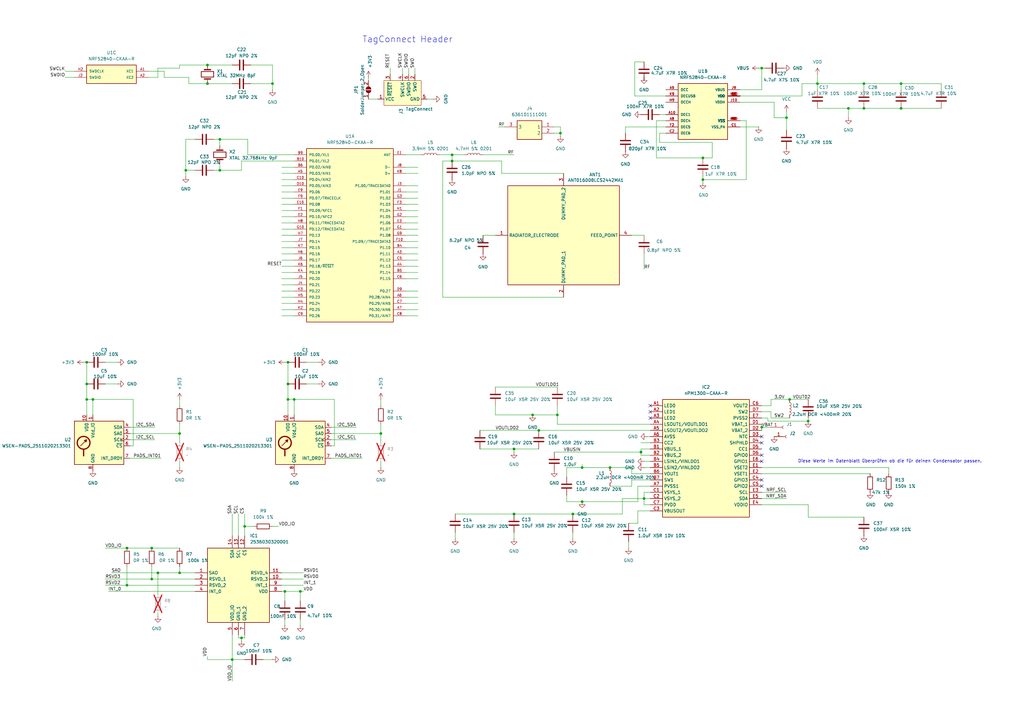
<source format=kicad_sch>
(kicad_sch (version 20231120) (generator "eeschema") (generator_version "8.0")
  (paper "A3")
  (junction (at 90.17 69.85))
  (junction (at 38.1 163.83))
  (junction (at 90.17 57.15))
  (junction (at 156.21 177.8))
  (junction (at 62.23 237.49))
  (junction (at 185.42 66.04))
  (junction (at 76.2 69.85))
  (junction (at 354.33 44.45))
  (junction (at 100.33 215.9))
  (junction (at 118.11 148.59))
  (junction (at 116.84 242.57))
  (junction (at 35.56 157.48))
  (junction (at 264.16 204.47))
  (junction (at 118.11 157.48))
  (junction (at 85.09 26.67))
  (junction (at 118.11 163.83))
  (junction (at 312.42 175.26))
  (junction (at 288.29 73.66))
  (junction (at 335.28 34.29))
  (junction (at 234.95 210.82))
  (junction (at 331.47 172.72))
  (junction (at 64.77 234.95))
  (junction (at 218.44 170.18))
  (junction (at 210.82 184.15))
  (junction (at 262.89 185.42))
  (junction (at 220.98 176.53))
  (junction (at 123.19 242.57))
  (junction (at 120.65 163.83))
  (junction (at 322.58 48.26))
  (junction (at 185.42 63.5))
  (junction (at 111.76 34.29))
  (junction (at 323.85 163.83))
  (junction (at 250.19 191.77))
  (junction (at 369.57 34.29))
  (junction (at 228.6 170.18))
  (junction (at 52.07 224.79))
  (junction (at 288.29 64.77))
  (junction (at 210.82 210.82))
  (junction (at 99.06 261.62))
  (junction (at 238.76 205.74))
  (junction (at 73.66 177.8))
  (junction (at 73.66 234.95))
  (junction (at 354.33 34.29))
  (junction (at 52.07 240.03))
  (junction (at 95.25 270.51))
  (junction (at 35.56 163.83))
  (junction (at 62.23 224.79))
  (junction (at 312.42 27.94))
  (junction (at 229.87 54.61))
  (junction (at 35.56 148.59))
  (junction (at 347.98 44.45))
  (junction (at 369.57 44.45))
  (junction (at 238.76 191.77))
  (junction (at 85.09 34.29))
  (no_connect (at 312.42 186.69))
  (no_connect (at 312.42 179.07))
  (no_connect (at 266.7 166.37))
  (no_connect (at 312.42 181.61))
  (no_connect (at 312.42 189.23))
  (no_connect (at 266.7 168.91))
  (no_connect (at 266.7 171.45))
  (no_connect (at 312.42 199.39))
  (no_connect (at 312.42 196.85))
  (wire (pts (xy 156.21 177.8) (xy 156.21 181.61)))
  (wire (pts (xy 228.6 166.37) (xy 228.6 170.18)))
  (wire (pts (xy 210.82 184.15) (xy 210.82 185.42)))
  (wire (pts (xy 53.34 177.8) (xy 73.66 177.8)))
  (wire (pts (xy 52.07 240.03) (xy 80.01 240.03)))
  (wire (pts (xy 260.35 39.37) (xy 273.05 39.37)))
  (wire (pts (xy 205.74 71.12) (xy 205.74 66.04)))
  (wire (pts (xy 185.42 63.5) (xy 185.42 66.04)))
  (wire (pts (xy 269.24 64.77) (xy 288.29 64.77)))
  (wire (pts (xy 64.77 27.94) (xy 73.66 27.94)))
  (wire (pts (xy 115.57 234.95) (xy 124.46 234.95)))
  (wire (pts (xy 115.57 86.36) (xy 120.65 86.36)))
  (wire (pts (xy 312.42 171.45) (xy 314.96 171.45)))
  (wire (pts (xy 264.16 204.47) (xy 266.7 204.47)))
  (wire (pts (xy 317.5 48.26) (xy 322.58 48.26)))
  (wire (pts (xy 95.25 270.51) (xy 95.25 279.4)))
  (wire (pts (xy 90.17 69.85) (xy 90.17 67.31)))
  (wire (pts (xy 322.58 48.26) (xy 322.58 53.34)))
  (wire (pts (xy 166.37 99.06) (xy 171.45 99.06)))
  (wire (pts (xy 264.16 104.14) (xy 264.16 110.49)))
  (wire (pts (xy 210.82 184.15) (xy 220.98 184.15)))
  (wire (pts (xy 312.42 166.37) (xy 316.23 166.37)))
  (wire (pts (xy 266.7 173.99) (xy 228.6 173.99)))
  (wire (pts (xy 53.34 182.88) (xy 54.61 182.88)))
  (wire (pts (xy 166.37 104.14) (xy 171.45 104.14)))
  (wire (pts (xy 257.81 222.25) (xy 257.81 224.79)))
  (wire (pts (xy 186.69 210.82) (xy 210.82 210.82)))
  (wire (pts (xy 266.7 186.69) (xy 262.89 186.69)))
  (wire (pts (xy 115.57 73.66) (xy 120.65 73.66)))
  (wire (pts (xy 354.33 34.29) (xy 354.33 36.83)))
  (wire (pts (xy 118.11 157.48) (xy 118.11 163.83)))
  (wire (pts (xy 116.84 242.57) (xy 123.19 242.57)))
  (wire (pts (xy 90.17 57.15) (xy 90.17 59.69)))
  (wire (pts (xy 269.24 49.53) (xy 273.05 49.53)))
  (wire (pts (xy 67.31 31.75) (xy 77.47 31.75)))
  (wire (pts (xy 115.57 119.38) (xy 120.65 119.38)))
  (wire (pts (xy 312.42 204.47) (xy 322.58 204.47)))
  (wire (pts (xy 34.29 148.59) (xy 35.56 148.59)))
  (wire (pts (xy 100.33 215.9) (xy 104.14 215.9)))
  (wire (pts (xy 123.19 242.57) (xy 123.19 246.38)))
  (wire (pts (xy 250.19 191.77) (xy 259.08 191.77)))
  (wire (pts (xy 53.34 187.96) (xy 66.04 187.96)))
  (wire (pts (xy 260.35 25.4) (xy 260.35 39.37)))
  (wire (pts (xy 204.47 52.07) (xy 207.01 52.07)))
  (wire (pts (xy 166.37 119.38) (xy 171.45 119.38)))
  (wire (pts (xy 115.57 111.76) (xy 120.65 111.76)))
  (wire (pts (xy 166.37 127) (xy 171.45 127)))
  (wire (pts (xy 115.57 124.46) (xy 120.65 124.46)))
  (wire (pts (xy 210.82 218.44) (xy 210.82 220.98)))
  (wire (pts (xy 260.35 25.4) (xy 264.16 25.4)))
  (wire (pts (xy 118.11 148.59) (xy 118.11 157.48)))
  (wire (pts (xy 120.65 63.5) (xy 101.6 63.5)))
  (wire (pts (xy 35.56 170.18) (xy 35.56 163.83)))
  (wire (pts (xy 60.96 29.21) (xy 67.31 29.21)))
  (wire (pts (xy 124.46 242.57) (xy 123.19 242.57)))
  (wire (pts (xy 229.87 55.88) (xy 229.87 54.61)))
  (wire (pts (xy 238.76 205.74) (xy 261.62 205.74)))
  (wire (pts (xy 273.05 52.07) (xy 256.54 52.07)))
  (wire (pts (xy 120.65 163.83) (xy 137.16 163.83)))
  (wire (pts (xy 316.23 163.83) (xy 323.85 163.83)))
  (wire (pts (xy 292.1 64.77) (xy 292.1 58.42)))
  (wire (pts (xy 160.02 30.48) (xy 160.02 27.94)))
  (wire (pts (xy 313.69 27.94) (xy 312.42 27.94)))
  (wire (pts (xy 64.77 234.95) (xy 64.77 243.84)))
  (wire (pts (xy 331.47 207.01) (xy 331.47 212.09)))
  (wire (pts (xy 203.2 158.75) (xy 228.6 158.75)))
  (wire (pts (xy 45.72 234.95) (xy 64.77 234.95)))
  (wire (pts (xy 115.57 127) (xy 120.65 127)))
  (wire (pts (xy 43.18 224.79) (xy 52.07 224.79)))
  (wire (pts (xy 85.09 269.24) (xy 85.09 270.51)))
  (wire (pts (xy 303.53 41.91) (xy 317.5 41.91)))
  (wire (pts (xy 238.76 190.5) (xy 238.76 191.77)))
  (wire (pts (xy 35.56 148.59) (xy 35.56 157.48)))
  (wire (pts (xy 166.37 86.36) (xy 171.45 86.36)))
  (wire (pts (xy 115.57 96.52) (xy 120.65 96.52)))
  (wire (pts (xy 165.1 30.48) (xy 165.1 27.94)))
  (wire (pts (xy 166.37 71.12) (xy 171.45 71.12)))
  (wire (pts (xy 118.11 170.18) (xy 118.11 163.83)))
  (wire (pts (xy 111.76 34.29) (xy 111.76 36.83)))
  (wire (pts (xy 95.25 26.67) (xy 85.09 26.67)))
  (wire (pts (xy 312.42 191.77) (xy 364.49 191.77)))
  (wire (pts (xy 115.57 76.2) (xy 120.65 76.2)))
  (wire (pts (xy 229.87 52.07) (xy 229.87 54.61)))
  (wire (pts (xy 238.76 191.77) (xy 250.19 191.77)))
  (wire (pts (xy 186.69 218.44) (xy 186.69 220.98)))
  (wire (pts (xy 303.53 39.37) (xy 328.93 39.37)))
  (wire (pts (xy 115.57 240.03) (xy 124.46 240.03)))
  (wire (pts (xy 181.61 121.92) (xy 181.61 66.04)))
  (wire (pts (xy 210.82 210.82) (xy 234.95 210.82)))
  (wire (pts (xy 203.2 166.37) (xy 203.2 170.18)))
  (wire (pts (xy 115.57 91.44) (xy 120.65 91.44)))
  (wire (pts (xy 67.31 29.21) (xy 67.31 31.75)))
  (wire (pts (xy 312.42 168.91) (xy 316.23 168.91)))
  (wire (pts (xy 306.07 49.53) (xy 303.53 49.53)))
  (wire (pts (xy 73.66 234.95) (xy 80.01 234.95)))
  (wire (pts (xy 115.57 121.92) (xy 120.65 121.92)))
  (wire (pts (xy 232.41 203.2) (xy 232.41 205.74)))
  (wire (pts (xy 137.16 182.88) (xy 137.16 163.83)))
  (wire (pts (xy 270.51 54.61) (xy 273.05 54.61)))
  (wire (pts (xy 43.18 237.49) (xy 62.23 237.49)))
  (wire (pts (xy 115.57 93.98) (xy 120.65 93.98)))
  (wire (pts (xy 95.25 210.82) (xy 95.25 219.71)))
  (wire (pts (xy 262.89 181.61) (xy 266.7 181.61)))
  (wire (pts (xy 114.3 215.9) (xy 111.76 215.9)))
  (wire (pts (xy 323.85 163.83) (xy 331.47 163.83)))
  (wire (pts (xy 262.89 185.42) (xy 262.89 184.15)))
  (wire (pts (xy 316.23 166.37) (xy 316.23 163.83)))
  (wire (pts (xy 369.57 34.29) (xy 386.08 34.29)))
  (wire (pts (xy 228.6 170.18) (xy 228.6 173.99)))
  (wire (pts (xy 259.08 196.85) (xy 259.08 199.39)))
  (wire (pts (xy 335.28 30.48) (xy 335.28 34.29)))
  (wire (pts (xy 229.87 54.61) (xy 227.33 54.61)))
  (wire (pts (xy 116.84 148.59) (xy 118.11 148.59)))
  (wire (pts (xy 73.66 163.83) (xy 73.66 166.37)))
  (wire (pts (xy 44.45 242.57) (xy 80.01 242.57)))
  (wire (pts (xy 73.66 26.67) (xy 73.66 27.94)))
  (wire (pts (xy 156.21 163.83) (xy 156.21 166.37)))
  (wire (pts (xy 115.57 88.9) (xy 120.65 88.9)))
  (wire (pts (xy 151.13 40.64) (xy 154.94 40.64)))
  (wire (pts (xy 198.12 96.52) (xy 203.2 96.52)))
  (wire (pts (xy 100.33 260.35) (xy 100.33 261.62)))
  (wire (pts (xy 87.63 57.15) (xy 90.17 57.15)))
  (wire (pts (xy 166.37 91.44) (xy 171.45 91.44)))
  (wire (pts (xy 100.33 210.82) (xy 100.33 215.9)))
  (wire (pts (xy 115.57 129.54) (xy 120.65 129.54)))
  (wire (pts (xy 115.57 78.74) (xy 120.65 78.74)))
  (wire (pts (xy 166.37 88.9) (xy 171.45 88.9)))
  (wire (pts (xy 120.65 66.04) (xy 99.06 66.04)))
  (wire (pts (xy 80.01 57.15) (xy 76.2 57.15)))
  (wire (pts (xy 196.85 176.53) (xy 220.98 176.53)))
  (wire (pts (xy 311.15 27.94) (xy 312.42 27.94)))
  (wire (pts (xy 115.57 101.6) (xy 120.65 101.6)))
  (wire (pts (xy 369.57 34.29) (xy 369.57 36.83)))
  (wire (pts (xy 166.37 111.76) (xy 171.45 111.76)))
  (wire (pts (xy 151.13 33.02) (xy 151.13 31.75)))
  (wire (pts (xy 255.27 204.47) (xy 264.16 204.47)))
  (wire (pts (xy 115.57 237.49) (xy 124.46 237.49)))
  (wire (pts (xy 331.47 171.45) (xy 331.47 172.72)))
  (wire (pts (xy 264.16 207.01) (xy 264.16 204.47)))
  (wire (pts (xy 85.09 270.51) (xy 95.25 270.51)))
  (wire (pts (xy 220.98 176.53) (xy 266.7 176.53)))
  (wire (pts (xy 288.29 73.66) (xy 306.07 73.66)))
  (wire (pts (xy 115.57 242.57) (xy 116.84 242.57)))
  (wire (pts (xy 26.67 31.75) (xy 30.48 31.75)))
  (wire (pts (xy 38.1 170.18) (xy 38.1 163.83)))
  (wire (pts (xy 166.37 78.74) (xy 171.45 78.74)))
  (wire (pts (xy 115.57 81.28) (xy 120.65 81.28)))
  (wire (pts (xy 354.33 44.45) (xy 369.57 44.45)))
  (wire (pts (xy 115.57 83.82) (xy 120.65 83.82)))
  (wire (pts (xy 166.37 114.3) (xy 171.45 114.3)))
  (wire (pts (xy 76.2 69.85) (xy 76.2 72.39)))
  (wire (pts (xy 60.96 31.75) (xy 64.77 31.75)))
  (wire (pts (xy 97.79 261.62) (xy 99.06 261.62)))
  (wire (pts (xy 97.79 260.35) (xy 97.79 261.62)))
  (wire (pts (xy 99.06 69.85) (xy 99.06 66.04)))
  (wire (pts (xy 250.19 199.39) (xy 259.08 199.39)))
  (wire (pts (xy 205.74 66.04) (xy 185.42 66.04)))
  (wire (pts (xy 166.37 68.58) (xy 171.45 68.58)))
  (wire (pts (xy 386.08 34.29) (xy 386.08 36.83)))
  (wire (pts (xy 52.07 224.79) (xy 62.23 224.79)))
  (wire (pts (xy 259.08 194.31) (xy 259.08 191.77)))
  (wire (pts (xy 227.33 52.07) (xy 229.87 52.07)))
  (wire (pts (xy 266.7 194.31) (xy 259.08 194.31)))
  (wire (pts (xy 234.95 210.82) (xy 255.27 210.82)))
  (wire (pts (xy 312.42 173.99) (xy 312.42 175.26)))
  (wire (pts (xy 115.57 99.06) (xy 120.65 99.06)))
  (wire (pts (xy 99.06 261.62) (xy 99.06 262.89)))
  (wire (pts (xy 85.09 34.29) (xy 95.25 34.29)))
  (wire (pts (xy 270.51 58.42) (xy 270.51 54.61)))
  (wire (pts (xy 53.34 175.26) (xy 63.5 175.26)))
  (wire (pts (xy 166.37 93.98) (xy 171.45 93.98)))
  (wire (pts (xy 218.44 170.18) (xy 228.6 170.18)))
  (wire (pts (xy 95.25 260.35) (xy 95.25 270.51)))
  (wire (pts (xy 180.34 63.5) (xy 185.42 63.5)))
  (wire (pts (xy 264.16 189.23) (xy 266.7 189.23)))
  (wire (pts (xy 135.89 180.34) (xy 146.05 180.34)))
  (wire (pts (xy 64.77 251.46) (xy 64.77 252.73)))
  (wire (pts (xy 264.16 201.93) (xy 264.16 204.47)))
  (wire (pts (xy 166.37 121.92) (xy 171.45 121.92)))
  (wire (pts (xy 116.84 242.57) (xy 116.84 246.38)))
  (wire (pts (xy 115.57 109.22) (xy 120.65 109.22)))
  (wire (pts (xy 261.62 209.55) (xy 266.7 209.55)))
  (wire (pts (xy 43.18 240.03) (xy 52.07 240.03)))
  (wire (pts (xy 261.62 214.63) (xy 261.62 209.55)))
  (wire (pts (xy 35.56 157.48) (xy 35.56 163.83)))
  (wire (pts (xy 102.87 34.29) (xy 111.76 34.29)))
  (wire (pts (xy 322.58 45.72) (xy 322.58 48.26)))
  (wire (pts (xy 364.49 191.77) (xy 364.49 194.31)))
  (wire (pts (xy 354.33 34.29) (xy 369.57 34.29)))
  (wire (pts (xy 99.06 261.62) (xy 100.33 261.62)))
  (wire (pts (xy 97.79 210.82) (xy 97.79 219.71)))
  (wire (pts (xy 167.64 30.48) (xy 167.64 27.94)))
  (wire (pts (xy 38.1 163.83) (xy 54.61 163.83)))
  (wire (pts (xy 354.33 44.45) (xy 347.98 44.45)))
  (wire (pts (xy 99.06 69.85) (xy 90.17 69.85)))
  (wire (pts (xy 266.7 201.93) (xy 264.16 201.93)))
  (wire (pts (xy 231.14 71.12) (xy 205.74 71.12)))
  (wire (pts (xy 73.66 189.23) (xy 73.66 191.77)))
  (wire (pts (xy 303.53 36.83) (xy 312.42 36.83)))
  (wire (pts (xy 181.61 66.04) (xy 185.42 66.04)))
  (wire (pts (xy 312.42 207.01) (xy 331.47 207.01)))
  (wire (pts (xy 64.77 31.75) (xy 64.77 27.94)))
  (wire (pts (xy 262.89 185.42) (xy 262.89 186.69)))
  (wire (pts (xy 269.24 64.77) (xy 269.24 49.53)))
  (wire (pts (xy 76.2 57.15) (xy 76.2 69.85)))
  (wire (pts (xy 312.42 201.93) (xy 322.58 201.93)))
  (wire (pts (xy 288.29 64.77) (xy 292.1 64.77)))
  (wire (pts (xy 135.89 182.88) (xy 137.16 182.88)))
  (wire (pts (xy 118.11 163.83) (xy 120.65 163.83)))
  (wire (pts (xy 125.73 148.59) (xy 130.81 148.59)))
  (wire (pts (xy 135.89 187.96) (xy 148.59 187.96)))
  (wire (pts (xy 166.37 63.5) (xy 172.72 63.5)))
  (wire (pts (xy 316.23 168.91) (xy 316.23 171.45)))
  (wire (pts (xy 316.23 175.26) (xy 312.42 175.26)))
  (wire (pts (xy 175.26 40.64) (xy 177.8 40.64)))
  (wire (pts (xy 257.81 214.63) (xy 261.62 214.63)))
  (wire (pts (xy 115.57 114.3) (xy 120.65 114.3)))
  (wire (pts (xy 185.42 63.5) (xy 190.5 63.5)))
  (wire (pts (xy 256.54 52.07) (xy 256.54 54.61)))
  (wire (pts (xy 166.37 83.82) (xy 171.45 83.82)))
  (wire (pts (xy 135.89 177.8) (xy 156.21 177.8)))
  (wire (pts (xy 26.67 29.21) (xy 30.48 29.21)))
  (wire (pts (xy 135.89 175.26) (xy 146.05 175.26)))
  (wire (pts (xy 266.7 207.01) (xy 264.16 207.01)))
  (wire (pts (xy 111.76 34.29) (xy 111.76 26.67)))
  (wire (pts (xy 231.14 121.92) (xy 181.61 121.92)))
  (wire (pts (xy 232.41 191.77) (xy 238.76 191.77)))
  (wire (pts (xy 196.85 184.15) (xy 210.82 184.15)))
  (wire (pts (xy 255.27 210.82) (xy 255.27 204.47)))
  (wire (pts (xy 335.28 44.45) (xy 347.98 44.45)))
  (wire (pts (xy 100.33 215.9) (xy 100.33 219.71)))
  (wire (pts (xy 87.63 69.85) (xy 90.17 69.85)))
  (wire (pts (xy 101.6 63.5) (xy 101.6 57.15)))
  (wire (pts (xy 73.66 177.8) (xy 73.66 181.61)))
  (wire (pts (xy 288.29 73.66) (xy 288.29 74.93)))
  (wire (pts (xy 259.08 96.52) (xy 264.16 96.52)))
  (wire (pts (xy 62.23 224.79) (xy 73.66 224.79)))
  (wire (pts (xy 347.98 44.45) (xy 347.98 48.26)))
  (wire (pts (xy 312.42 27.94) (xy 312.42 36.83)))
  (wire (pts (xy 115.57 116.84) (xy 120.65 116.84)))
  (wire (pts (xy 90.17 57.15) (xy 101.6 57.15)))
  (wire (pts (xy 123.19 254) (xy 123.19 256.54)))
  (wire (pts (xy 52.07 232.41) (xy 52.07 240.03)))
  (wire (pts (xy 156.21 173.99) (xy 156.21 177.8)))
  (wire (pts (xy 328.93 34.29) (xy 335.28 34.29)))
  (wire (pts (xy 62.23 237.49) (xy 80.01 237.49)))
  (wire (pts (xy 203.2 170.18) (xy 218.44 170.18)))
  (wire (pts (xy 288.29 72.39) (xy 288.29 73.66)))
  (wire (pts (xy 227.33 185.42) (xy 262.89 185.42)))
  (wire (pts (xy 125.73 157.48) (xy 130.81 157.48)))
  (wire (pts (xy 335.28 34.29) (xy 354.33 34.29)))
  (wire (pts (xy 170.18 30.48) (xy 170.18 27.94)))
  (wire (pts (xy 303.53 52.07) (xy 311.15 52.07)))
  (wire (pts (xy 317.5 41.91) (xy 317.5 48.26)))
  (wire (pts (xy 166.37 129.54) (xy 171.45 129.54)))
  (wire (pts (xy 232.41 205.74) (xy 238.76 205.74)))
  (wire (pts (xy 95.25 270.51) (xy 100.33 270.51)))
  (wire (pts (xy 232.41 195.58) (xy 232.41 191.77)))
  (wire (pts (xy 335.28 34.29) (xy 335.28 36.83)))
  (wire (pts (xy 312.42 175.26) (xy 312.42 176.53)))
  (wire (pts (xy 115.57 104.14) (xy 120.65 104.14)))
  (wire (pts (xy 266.7 199.39) (xy 261.62 199.39)))
  (wire (pts (xy 111.76 26.67) (xy 102.87 26.67)))
  (wire (pts (xy 43.18 148.59) (xy 48.26 148.59)))
  (wire (pts (xy 166.37 109.22) (xy 171.45 109.22)))
  (wire (pts (xy 77.47 31.75) (xy 77.47 34.29)))
  (wire (pts (xy 107.95 270.51) (xy 111.76 270.51)))
  (wire (pts (xy 62.23 232.41) (xy 62.23 237.49)))
  (wire (pts (xy 198.12 63.5) (xy 210.82 63.5)))
  (wire (pts (xy 312.42 194.31) (xy 356.87 194.31)))
  (wire (pts (xy 166.37 101.6) (xy 171.45 101.6)))
  (wire (pts (xy 166.37 106.68) (xy 171.45 106.68)))
  (wire (pts (xy 316.23 171.45) (xy 323.85 171.45)))
  (wire (pts (xy 264.16 191.77) (xy 266.7 191.77)))
  (wire (pts (xy 328.93 39.37) (xy 328.93 34.29)))
  (wire (pts (xy 264.16 33.02) (xy 264.16 31.75)))
  (wire (pts (xy 76.2 69.85) (xy 80.01 69.85)))
  (wire (pts (xy 43.18 157.48) (xy 48.26 157.48)))
  (wire (pts (xy 166.37 96.52) (xy 171.45 96.52)))
  (wire (pts (xy 292.1 58.42) (xy 270.51 58.42)))
  (wire (pts (xy 115.57 106.68) (xy 120.65 106.68)))
  (wire (pts (xy 53.34 180.34) (xy 63.5 180.34)))
  (wire (pts (xy 265.43 179.07) (xy 266.7 179.07)))
  (wire (pts (xy 331.47 212.09) (xy 354.33 212.09)))
  (wire (pts (xy 116.84 254) (xy 116.84 256.54)))
  (wire (pts (xy 73.66 232.41) (xy 73.66 234.95)))
  (wire (pts (xy 166.37 124.46) (xy 171.45 124.46)))
  (wire (pts (xy 120.65 170.18) (xy 120.65 163.83)))
  (wire (pts (xy 306.07 73.66) (xy 306.07 49.53)))
  (wire (pts (xy 85.09 26.67) (xy 73.66 26.67)))
  (wire (pts (xy 166.37 81.28) (xy 171.45 81.28)))
  (wire (pts (xy 314.96 172.72) (xy 331.47 172.72)))
  (wire (pts (xy 73.66 173.99) (xy 73.66 177.8)))
  (wire (pts (xy 54.61 182.88) (xy 54.61 163.83)))
  (wire (pts (xy 266.7 196.85) (xy 259.08 196.85)))
  (wire (pts (xy 115.57 68.58) (xy 120.65 68.58)))
  (wire (pts (xy 166.37 76.2) (xy 171.45 76.2)))
  (wire (pts (xy 262.89 184.15) (xy 266.7 184.15)))
  (wire (pts (xy 64.77 234.95) (xy 73.66 234.95)))
  (wire (pts (xy 77.47 34.29) (xy 85.09 34.29)))
  (wire (pts (xy 156.21 189.23) (xy 156.21 191.77)))
  (wire (pts (xy 314.96 171.45) (xy 314.96 172.72)))
  (wire (pts (xy 234.95 218.44) (xy 234.95 220.98)))
  (wire (pts (xy 270.51 46.99) (xy 273.05 46.99)))
  (wire (pts (xy 369.57 44.45) (xy 386.08 44.45)))
  (wire (pts (xy 261.62 199.39) (xy 261.62 205.74)))
  (wire (pts (xy 115.57 71.12) (xy 120.65 71.12)))
  (wire (pts (xy 35.56 163.83) (xy 38.1 163.83)))
  (text "Diese Werte im Datenblatt überprüfen ob die für deinen Condensator passen." (at 364.998 189.23 0) (effects (font (size 1.27 1.27))))
  (text "TagConnect Header" (at 148.59 17.78 0) (effects (font (size 2.54 2.54)) (justify left bottom)))
  (label "RF" (at 210.82 63.5 180))
  (label "RF" (at 264.16 110.49 0))
  (label "INT_0" (at 44.45 242.57 0))
  (label "SWCLK" (at 26.67 29.21 180))
  (label "RESET" (at 160.02 27.94 90))
  (label "I2C_SDA" (at 146.05 175.26 180))
  (label "I2C_SDA" (at 63.5 175.26 180))
  (label "RSVD2" (at 43.18 240.03 0))
  (label "RSVD0" (at 124.46 237.49 0))
  (label "PADS_INT01" (at 148.59 187.96 180))
  (label "SWDIO" (at 167.64 27.94 90))
  (label "VBAT" (at 312.42 175.26 0))
  (label "SAO" (at 45.72 234.95 0))
  (label "CS" (at 100.33 210.82 90))
  (label "VDD" (at 124.46 242.57 0))
  (label "VOUTLD02" (at 203.2 176.53 0))
  (label "SCL" (at 97.79 210.82 90))
  (label "SWCLK" (at 165.1 27.94 90))
  (label "I2C_SCL" (at 63.5 180.34 180))
  (label "RSVD3" (at 43.18 237.49 0))
  (label "VDD_IO" (at 43.18 224.79 0))
  (label "VOUTLD01" (at 219.71 158.75 0))
  (label "RF" (at 204.47 52.07 0))
  (label "I2C_SCL" (at 146.05 180.34 180))
  (label "SWO" (at 170.18 27.94 90))
  (label "VDD_IO" (at 114.3 215.9 0))
  (label "3.0V" (at 317.5 163.83 0))
  (label "RESET" (at 115.57 109.22 180))
  (label "PADS_INT01" (at 66.04 187.96 180))
  (label "VDD_IO" (at 95.25 279.4 90))
  (label "VOUT02" (at 325.12 163.83 0))
  (label "NRF_SDA" (at 322.58 204.47 180))
  (label "VDD" (at 85.09 269.24 90))
  (label "SWDIO" (at 26.67 31.75 180))
  (label "NRF_SCL" (at 322.58 201.93 180))
  (label "INT_1" (at 124.46 240.03 0))
  (label "SW2" (at 317.5 171.45 0))
  (label "VBUSIN" (at 231.14 185.42 0))
  (label "SDA" (at 95.25 210.82 90))
  (label "RSVD1" (at 124.46 234.95 0))
  (symbol (lib_id "Device:C") (at 354.33 215.9 0) (unit 1)
    (property "Reference" "C37" (at 358.14 214.6299 0) (effects (justify left)))
    (property "Value" "100nF X5R 10%" (at 358.14 217.1699 0) (effects (justify left)))
    (property "Footprint" "Capacitor_SMD:C_0201_0603Metric" (effects (hide yes)))
    (property "Description" "Unpolarized capacitor" (effects (hide yes)))
  )
  (symbol (lib_id "power:GND") (at 48.26 157.48 90) (unit 1)
    (property "Reference" "#PWR011" (effects (hide yes)))
    (property "Value" "GND" (at 52.07 157.4799 90) (effects (justify right)))
    (property "Description" "Power symbol creates a global label with name \"GND\" , ground" (effects (hide yes)))
  )
  (symbol (lib_id "Device:R") (at 64.77 247.65 0) (unit 1) (dnp yes)
    (property "Reference" "R8" (at 67.31 246.3799 0) (effects (justify left)))
    (property "Value" "~" (at 67.31 248.9199 0) (effects (justify left)))
    (property "Footprint" "Resistor_SMD:R_0201_0603Metric" (effects (hide yes)))
    (property "Description" "Resistor" (effects (hide yes)))
  )
  (symbol (lib_id "power:GND") (at 364.49 201.93 0) (unit 1)
    (property "Reference" "#PWR066" (effects (hide yes)))
    (property "Value" "GND" (at 364.49 207.01 0))
    (property "Description" "Power symbol creates a global label with name \"GND\" , ground" (effects (hide yes)))
  )
  (symbol (lib_id "power:GND") (at 229.87 55.88 0) (unit 1)
    (property "Reference" "#PWR09" (effects (hide yes)))
    (property "Value" "GND" (at 229.87 60.96 0))
    (property "Description" "Power symbol creates a global label with name \"GND\" , ground" (effects (hide yes)))
  )
  (symbol (lib_id "power:GND") (at 185.42 73.66 0) (unit 1)
    (property "Reference" "#PWR033" (effects (hide yes)))
    (property "Value" "GND" (at 185.42 78.74 0))
    (property "Description" "Power symbol creates a global label with name \"GND\" , ground" (effects (hide yes)))
  )
  (symbol (lib_id "Connector:Conn_01x01_Socket") (at 322.58 179.07 0) (unit 1)
    (property "Reference" "J2" (at 323.85 177.7999 0) (effects (justify left)))
    (property "Value" "Conn_01x01_Socket" (effects (hide yes)))
    (property "Footprint" "TestPoint:TestPoint_Pad_2.5x2.5mm" (effects (hide yes)))
    (property "Description" "Generic connector, single row, 01x01, script generated" (effects (hide yes)))
  )
  (symbol (lib_id "Device:C") (at 39.37 157.48 90) (unit 1)
    (property "Reference" "C5" (at 42.672 152.146 90))
    (property "Value" "10uF 10%" (at 43.18 154.432 90))
    (property "Footprint" "Capacitor_SMD:C_0201_0603Metric" (effects (hide yes)))
    (property "Description" "Unpolarized capacitor" (effects (hide yes)))
  )
  (symbol (lib_id "636101111001:636101111001") (at 207.01 52.07 0) (unit 1)
    (property "Reference" "J4" (at 217.17 44.45 0))
    (property "Value" "636101111001" (at 217.17 46.99 0))
    (property "Datasheet" "https://www.we-online.com/components/products/datasheet/636101111001.pdf" (effects (hide yes)))
    (property "Description" "RF / Coaxial Connector, UMRF Coaxial, Straight Jack, Surface Mount Vertical, 50 ohm, Brass" (effects (hide yes)))
    (property "Height" "1.4" (effects (hide yes)))
    (property "Mouser Part Number" "710-636101111001" (effects (hide yes)))
    (property "Mouser Price/Stock" "https://www.mouser.co.uk/ProductDetail/Wurth-Elektronik/636101111001?qs=iLbezkQI%252BsgxRyLAlbHoAw%3D%3D" (effects (hide yes)))
    (property "Manufacturer_Name" "Wurth Elektronik" (effects (hide yes)))
    (property "Manufacturer_Part_Number" "636101111001" (effects (hide yes)))
  )
  (symbol (lib_id "power:GND") (at 210.82 220.98 0) (unit 1)
    (property "Reference" "#PWR047" (effects (hide yes)))
    (property "Value" "GND" (at 210.82 226.06 0))
    (property "Description" "Power symbol creates a global label with name \"GND\" , ground" (effects (hide yes)))
  )
  (symbol (lib_id "Device:C") (at 83.82 57.15 270) (unit 1)
    (property "Reference" "C32" (at 83.82 49.53 90))
    (property "Value" "12pF NP0 2%" (at 83.82 52.07 90))
    (property "Footprint" "Capacitor_SMD:C_0201_0603Metric" (effects (hide yes)))
    (property "Description" "Unpolarized capacitor" (effects (hide yes)))
  )
  (symbol (lib_id "Device:C") (at 317.5 27.94 90) (unit 1)
    (property "Reference" "C27" (at 320.548 30.226 90))
    (property "Value" "4.7uF X7S 10%" (at 320.548 32.766 90))
    (property "Footprint" "Capacitor_SMD:C_0201_0603Metric" (effects (hide yes)))
    (property "Description" "Unpolarized capacitor" (effects (hide yes)))
  )
  (symbol (lib_id "Device:R") (at 356.87 198.12 0) (unit 1)
    (property "Reference" "R12" (at 359.41 196.8499 0) (effects (justify left)))
    (property "Value" "47k 1%" (at 357.632 201.93 0) (effects (justify left)))
    (property "Footprint" "Resistor_SMD:R_0201_0603Metric" (effects (hide yes)))
    (property "Description" "Resistor" (effects (hide yes)))
  )
  (symbol (lib_id "Device:C") (at 354.33 40.64 180) (unit 1)
    (property "Reference" "C28" (at 359.918 35.814 0) (effects (justify left)))
    (property "Value" "100nF X7R 10%" (at 361.442 38.354 0) (effects (justify left)))
    (property "Footprint" "Capacitor_SMD:C_0201_0603Metric" (effects (hide yes)))
    (property "Description" "Unpolarized capacitor" (effects (hide yes)))
  )
  (symbol (lib_id "power:GND") (at 99.06 262.89 0) (unit 1)
    (property "Reference" "#PWR018" (effects (hide yes)))
    (property "Value" "GND" (at 99.06 267.97 0))
    (property "Description" "Power symbol creates a global label with name \"GND\" , ground" (effects (hide yes)))
  )
  (symbol (lib_id "power:GND") (at 322.58 60.96 0) (unit 1)
    (property "Reference" "#PWR034" (effects (hide yes)))
    (property "Value" "GND" (at 322.58 66.04 0))
    (property "Description" "Power symbol creates a global label with name \"GND\" , ground" (effects (hide yes)))
  )
  (symbol (lib_id "power:GND") (at 73.66 191.77 0) (unit 1)
    (property "Reference" "#PWR012" (effects (hide yes)))
    (property "Value" "GND" (at 73.66 196.85 0))
    (property "Description" "Power symbol creates a global label with name \"GND\" , ground" (effects (hide yes)))
  )
  (symbol (lib_id "nPM1300-CAAA-R:nPM1300-CAAA-R") (at 266.7 166.37 0) (unit 1)
    (property "Reference" "IC2" (at 289.56 158.75 0))
    (property "Value" "nPM1300-CAAA-R" (at 289.56 161.29 0))
    (property "Footprint" "nPM1300-CAAA-R:BGA35C44P7X5_308X238X51" (effects (hide yes)))
    (property "Datasheet" "https://infocenter.nordicsemi.com/pdf/nPM1300_PS_v1.0.pdf" (effects (hide yes)))
    (property "Description" "Battery Management Power Management IC (PMIC) with unique system management features, WLCSP" (effects (hide yes)))
    (property "Height" "0.512" (effects (hide yes)))
    (property "Mouser Part Number" "949-NPM1300-CAAA-R" (effects (hide yes)))
    (property "Mouser Price/Stock" "https://www.mouser.co.uk/ProductDetail/Nordic-Semiconductor/nPM1300-CAAA-R?qs=3pZoU%2F6IRTgj%2FPou8dbbcA%3D%3D" (effects (hide yes)))
    (property "Manufacturer_Name" "Nordic Semiconductor" (effects (hide yes)))
    (property "Manufacturer_Part_Number" "nPM1300-CAAA-R" (effects (hide yes)))
  )
  (symbol (lib_id "power:GND") (at 76.2 72.39 0) (unit 1)
    (property "Reference" "#PWR044" (effects (hide yes)))
    (property "Value" "GND" (at 76.2 77.47 0))
    (property "Description" "Power symbol creates a global label with name \"GND\" , ground" (effects (hide yes)))
  )
  (symbol (lib_id "power:VCC") (at 322.58 45.72 0) (unit 1)
    (property "Reference" "#PWR037" (effects (hide yes)))
    (property "Value" "VCC" (at 322.58 40.64 0))
    (property "Description" "Power symbol creates a global label with name \"VCC\"" (effects (hide yes)))
  )
  (symbol (lib_id "Device:R") (at 364.49 198.12 0) (unit 1)
    (property "Reference" "R13" (at 367.03 196.8499 0) (effects (justify left)))
    (property "Value" "150k 1%" (at 367.03 199.3899 0) (effects (justify left)))
    (property "Footprint" "Resistor_SMD:R_0201_0603Metric" (effects (hide yes)))
    (property "Description" "Resistor" (effects (hide yes)))
  )
  (symbol (lib_id "Device:C") (at 116.84 250.19 0) (unit 1)
    (property "Reference" "C8" (at 112.268 248.666 0) (effects (justify left)))
    (property "Value" "100nF 10%" (at 110.744 252.73 0) (effects (justify left)))
    (property "Footprint" "Capacitor_SMD:C_0201_0603Metric" (effects (hide yes)))
    (property "Description" "Unpolarized capacitor" (effects (hide yes)))
  )
  (symbol (lib_id "power:+3V3") (at 116.84 148.59 90) (unit 1)
    (property "Reference" "#PWR03" (effects (hide yes)))
    (property "Value" "+3V3" (at 113.03 148.5899 90) (effects (justify left)))
    (property "Description" "Power symbol creates a global label with name \"+3V3\"" (effects (hide yes)))
  )
  (symbol (lib_id "Device:C") (at 369.57 40.64 180) (unit 1)
    (property "Reference" "C30" (at 374.904 36.068 0) (effects (justify left)))
    (property "Value" "100nF X7R 10%" (at 377.444 38.608 0) (effects (justify left)))
    (property "Footprint" "Capacitor_SMD:C_0201_0603Metric" (effects (hide yes)))
    (property "Description" "Unpolarized capacitor" (effects (hide yes)))
  )
  (symbol (lib_id "power:+3V3") (at 151.13 31.75 0) (unit 1)
    (property "Reference" "#PWR019" (effects (hide yes)))
    (property "Value" "+3V3" (at 151.765 27.94 90) (effects (justify left)))
  )
  (symbol (lib_id "Device:R") (at 52.07 228.6 0) (unit 1)
    (property "Reference" "R5" (at 54.61 227.3299 0) (effects (justify left)))
    (property "Value" "0R 1%" (at 54.61 229.8699 0) (effects (justify left)))
    (property "Footprint" "Resistor_SMD:R_0201_0603Metric" (effects (hide yes)))
    (property "Description" "Resistor" (effects (hide yes)))
  )
  (symbol (lib_id "power:GND") (at 116.84 256.54 0) (unit 1)
    (property "Reference" "#PWR021" (effects (hide yes)))
    (property "Value" "GND" (at 116.84 261.62 0))
    (property "Description" "Power symbol creates a global label with name \"GND\" , ground" (effects (hide yes)))
  )
  (symbol (lib_id "power:GND") (at 262.89 46.99 270) (unit 1)
    (property "Reference" "#PWR036" (effects (hide yes)))
    (property "Value" "GND" (at 259.08 46.9899 90) (effects (justify right)))
    (property "Description" "Power symbol creates a global label with name \"GND\" , ground" (effects (hide yes)))
  )
  (symbol (lib_id "power:GND") (at 321.31 27.94 90) (unit 1)
    (property "Reference" "#PWR039" (effects (hide yes)))
    (property "Value" "GND" (at 325.12 27.9399 90) (effects (justify right)))
    (property "Description" "Power symbol creates a global label with name \"GND\" , ground" (effects (hide yes)))
  )
  (symbol (lib_id "power:GND") (at 264.16 31.75 0) (unit 1)
    (property "Reference" "#PWR035" (effects (hide yes)))
    (property "Value" "GND" (at 264.16 36.83 0))
    (property "Description" "Power symbol creates a global label with name \"GND\" , ground" (effects (hide yes)))
  )
  (symbol (lib_id "Device:L") (at 194.31 63.5 90) (unit 1)
    (property "Reference" "L6" (at 194.31 58.42 90))
    (property "Value" "4.7nH 5% 0201" (at 194.31 60.96 90))
    (property "Footprint" "Inductor_SMD:L_Coilcraft_XAL7020-152" (effects (hide yes)))
    (property "Description" "Inductor" (effects (hide yes)))
  )
  (symbol (lib_id "Device:R") (at 107.95 215.9 90) (unit 1)
    (property "Reference" "R9" (at 107.95 209.55 90))
    (property "Value" "100k 1%" (at 107.95 212.09 90))
    (property "Footprint" "Resistor_SMD:R_0201_0603Metric" (effects (hide yes)))
    (property "Description" "Resistor" (effects (hide yes)))
  )
  (symbol (lib_id "Device:C") (at 227.33 189.23 0) (unit 1)
    (property "Reference" "C10" (at 231.14 187.9599 0) (effects (justify left)))
    (property "Value" "1.0uF" (at 231.14 190.4999 0) (effects (justify left)))
    (property "Footprint" "Capacitor_SMD:C_0201_0603Metric" (effects (hide yes)))
    (property "Description" "Unpolarized capacitor" (effects (hide yes)))
  )
  (symbol (lib_id "Device:Crystal") (at 85.09 30.48 90) (unit 1)
    (property "Reference" "X1" (at 88.9 29.2099 90) (effects (justify right)))
    (property "Value" "XTAL 32MHz 8pF" (at 88.9 30.988 90) (effects (justify right)))
    (property "Footprint" "Crystal:Crystal_SMD_2016-4Pin_2.0x1.6mm" (effects (hide yes)))
    (property "Description" "Two pin crystal" (effects (hide yes)))
  )
  (symbol (lib_id "STLink-V3MINIE-TagConnect:Conn_SWD_TagConnect_TC2030") (at 165.1 38.1 90) (unit 1) (in_bom no)
    (property "Reference" "J3" (at 164.465 44.45 0) (effects (justify right)))
    (property "Value" "TagConnect" (at 166.37 44.704 90) (effects (justify right)))
    (property "Footprint" "Connector:Tag-Connect_TC2030-IDC-NL_2x03_P1.27mm_Vertical" (effects (hide yes)))
    (property "Datasheet" "file:///C:/Users/ErFre/Downloads/um2910-stlinkv3minie-debuggerprogrammer-tiny-probe-for-stm32-microcontrollers-stmicroelectronics.pdf" (effects (hide yes)))
  )
  (symbol (lib_id "Device:C") (at 121.92 157.48 90) (unit 1)
    (property "Reference" "C2" (at 125.222 152.146 90))
    (property "Value" "10uF 10%" (at 125.73 154.432 90))
    (property "Footprint" "Capacitor_SMD:C_0201_0603Metric" (effects (hide yes)))
    (property "Description" "Unpolarized capacitor" (effects (hide yes)))
  )
  (symbol (lib_id "power:GND") (at 317.5 179.07 0) (unit 1)
    (property "Reference" "#PWR08" (effects (hide yes)))
    (property "Value" "GND" (at 317.5 184.15 0))
    (property "Description" "Power symbol creates a global label with name \"GND\" , ground" (effects (hide yes)))
  )
  (symbol (lib_id "NRF52840-CKAA-R:NRF52840-CKAA-R") (at 143.51 96.52 0) (unit 1)
    (property "Reference" "U1" (at 143.51 55.88 0))
    (property "Value" "NRF52840-CKAA-R" (at 143.51 58.42 0))
    (property "Footprint" "NRF52840-CKAA-R:BGA94C35P10X10_360X354X51N" (effects (hide yes)))
    (property "MF" "Nordic Semiconductor" (effects (hide yes)))
    (property "MAXIMUM_PACKAGE_HEIGHT" "0.514mm" (effects (hide yes)))
    (property "Package" "None" (effects (hide yes)))
    (property "Price" "None" (effects (hide yes)))
    (property "Check_prices" "https://www.snapeda.com/parts/NRF52840-CKAA-R/Nordic+Semiconductor/view-part/?ref=eda" (effects (hide yes)))
    (property "STANDARD" "IPC7351B" (effects (hide yes)))
    (property "PARTREV" "1.1" (effects (hide yes)))
    (property "SnapEDA_Link" "https://www.snapeda.com/parts/NRF52840-CKAA-R/Nordic+Semiconductor/view-part/?ref=snap" (effects (hide yes)))
    (property "MP" "NRF52840-CKAA-R" (effects (hide yes)))
    (property "Description_1" "\n                        \n                            RF System on a Chip - SoC Quark Graviton WLCSP\n                        \n" (effects (hide yes)))
    (property "Availability" "In Stock" (effects (hide yes)))
    (property "MANUFACTURER" "Nordic" (effects (hide yes)))
  )
  (symbol (lib_id "Device:C") (at 264.16 100.33 0) (unit 1)
    (property "Reference" "C6" (at 270.51 99.06 0))
    (property "Value" "0.8pF NPO 5%" (at 272.288 102.616 0))
    (property "Footprint" "Capacitor_SMD:C_0201_0603Metric" (effects (hide yes)))
    (property "Description" "Unpolarized capacitor" (effects (hide yes)))
  )
  (symbol (lib_id "Device:R") (at 73.66 170.18 0) (unit 1)
    (property "Reference" "R1" (at 76.2 168.9099 0) (effects (justify left)))
    (property "Value" "0R 1%" (at 76.2 171.4499 0) (effects (justify left)))
    (property "Footprint" "Resistor_SMD:R_0201_0603Metric" (effects (hide yes)))
    (property "Description" "Resistor" (effects (hide yes)))
  )
  (symbol (lib_id "Device:C") (at 198.12 100.33 180) (unit 1)
    (property "Reference" "C4" (at 191.77 101.6 0))
    (property "Value" "6.2pF NPO 5%" (at 191.262 98.552 0))
    (property "Footprint" "Capacitor_SMD:C_0201_0603Metric" (effects (hide yes)))
    (property "Description" "Unpolarized capacitor" (effects (hide yes)))
  )
  (symbol (lib_id "power:GND") (at 177.8 40.64 90) (unit 1)
    (property "Reference" "#PWR022" (effects (hide yes)))
    (property "Value" "GND" (at 182.88 40.64 0))
  )
  (symbol (lib_id "Device:C") (at 256.54 58.42 0) (unit 1)
    (property "Reference" "C34" (at 262.382 58.166 0) (effects (justify left)))
    (property "Value" "820pF X7R 10%" (at 257.81 60.96 0) (effects (justify left)))
    (property "Footprint" "Capacitor_SMD:C_0201_0603Metric" (effects (hide yes)))
    (property "Description" "Unpolarized capacitor" (effects (hide yes)))
  )
  (symbol (lib_id "Device:C") (at 99.06 26.67 90) (unit 1)
    (property "Reference" "C22" (at 99.06 20.32 90))
    (property "Value" "12pF NP0 2%" (at 99.06 22.86 90))
    (property "Footprint" "Capacitor_SMD:C_0201_0603Metric" (effects (hide yes)))
    (property "Description" "Unpolarized capacitor" (effects (hide yes)))
  )
  (symbol (lib_id "Device:C") (at 121.92 148.59 90) (unit 1)
    (property "Reference" "C1" (at 125.222 143.51 90))
    (property "Value" "100nF 10%" (at 125.73 145.288 90))
    (property "Footprint" "Capacitor_SMD:C_0201_0603Metric" (effects (hide yes)))
    (property "Description" "Unpolarized capacitor" (effects (hide yes)))
  )
  (symbol (lib_id "Sensor_Pressure:WSEN-PADS_2511020213301") (at 40.64 182.88 0) (unit 1)
    (property "Reference" "U2" (at 29.21 180.3399 0) (effects (justify right)))
    (property "Value" "WSEN-PADS_2511020213301" (at 29.21 182.8799 0) (effects (justify right)))
    (property "Footprint" "Package_LGA:ST_HLGA-10_2x2mm_P0.5mm_LayoutBorder3x2y" (effects (hide yes)))
    (property "Datasheet" "https://www.we-online.com/components/products/manual/2511020213301_WSEN-PADS%202511020213301%20Manual_rev2.2.pdf" (effects (hide yes)))
    (property "Description" "MEMS nano pressure sensor, 260-1260 hPa, absolute digital output baromeeter, 24 bit, SPI, I2C, 0.75 Pa noise rms, ST_HLGA-10L" (effects (hide yes)))
  )
  (symbol (lib_id "power:GND") (at 123.19 256.54 0) (unit 1)
    (property "Reference" "#PWR023" (effects (hide yes)))
    (property "Value" "GND" (at 123.19 261.62 0))
    (property "Description" "Power symbol creates a global label with name \"GND\" , ground" (effects (hide yes)))
  )
  (symbol (lib_id "power:GND") (at 111.76 270.51 90) (unit 1)
    (property "Reference" "#PWR020" (effects (hide yes)))
    (property "Value" "GND" (at 115.57 270.5099 90) (effects (justify right)))
    (property "Description" "Power symbol creates a global label with name \"GND\" , ground" (effects (hide yes)))
  )
  (symbol (lib_id "Connector:Conn_01x01_Socket") (at 321.31 175.26 0) (unit 1)
    (property "Reference" "J1" (at 322.58 173.9899 0) (effects (justify left)))
    (property "Value" "Conn_01x01_Socket" (effects (hide yes)))
    (property "Footprint" "TestPoint:TestPoint_Pad_2.5x2.5mm" (effects (hide yes)))
    (property "Description" "Generic connector, single row, 01x01, script generated" (effects (hide yes)))
  )
  (symbol (lib_id "Device:C") (at 228.6 162.56 0) (unit 1)
    (property "Reference" "C20" (at 232.41 161.2899 0) (effects (justify left)))
    (property "Value" "10uF X5R 25V 20%" (at 232.41 163.8299 0) (effects (justify left)))
    (property "Footprint" "Capacitor_SMD:C_0201_0603Metric" (effects (hide yes)))
    (property "Description" "Unpolarized capacitor" (effects (hide yes)))
  )
  (symbol (lib_id "Device:C") (at 331.47 167.64 0) (unit 1)
    (property "Reference" "C36" (at 335.788 164.592 0) (effects (justify left)))
    (property "Value" "10uF X5R 25V 20%" (at 334.772 166.624 0) (effects (justify left)))
    (property "Footprint" "Capacitor_SMD:C_0201_0603Metric" (effects (hide yes)))
    (property "Description" "Unpolarized capacitor" (effects (hide yes)))
  )
  (symbol (lib_id "power:GND") (at 120.65 193.04 0) (unit 1)
    (property "Reference" "#PWR04" (effects (hide yes)))
    (property "Value" "GND" (at 120.65 198.12 0))
    (property "Description" "Power symbol creates a global label with name \"GND\" , ground" (effects (hide yes)))
  )
  (symbol (lib_id "Device:R") (at 73.66 185.42 0) (unit 1) (dnp yes)
    (property "Reference" "R4" (at 76.2 184.1499 0) (effects (justify left)))
    (property "Value" "~" (at 76.2 186.6899 0) (effects (justify left)))
    (property "Footprint" "Resistor_SMD:R_0201_0603Metric" (effects (hide yes)))
    (property "Description" "Resistor" (effects (hide yes)))
  )
  (symbol (lib_id "Device:C") (at 386.08 40.64 180) (unit 1)
    (property "Reference" "C31" (at 391.16 35.814 0) (effects (justify left)))
    (property "Value" "4.7uF X7R 10%" (at 392.43 38.354 0) (effects (justify left)))
    (property "Footprint" "Capacitor_SMD:C_0201_0603Metric" (effects (hide yes)))
    (property "Description" "Unpolarized capacitor" (effects (hide yes)))
  )
  (symbol (lib_id "power:GND") (at 64.77 252.73 0) (unit 1)
    (property "Reference" "#PWR017" (effects (hide yes)))
    (property "Value" "GND" (at 64.262 257.81 0))
    (property "Description" "Power symbol creates a global label with name \"GND\" , ground" (effects (hide yes)))
  )
  (symbol (lib_id "Device:C") (at 210.82 214.63 0) (unit 1)
    (property "Reference" "C13" (at 213.868 213.106 0) (effects (justify left)))
    (property "Value" "10uF X5R 25V 20%" (at 213.868 215.646 0) (effects (justify left)))
    (property "Footprint" "Capacitor_SMD:C_0201_0603Metric" (effects (hide yes)))
    (property "Description" "Unpolarized capacitor" (effects (hide yes)))
  )
  (symbol (lib_id "power:GND") (at 156.21 191.77 0) (unit 1)
    (property "Reference" "#PWR016" (effects (hide yes)))
    (property "Value" "GND" (at 156.21 196.85 0))
    (property "Description" "Power symbol creates a global label with name \"GND\" , ground" (effects (hide yes)))
  )
  (symbol (lib_id "Device:C") (at 264.16 29.21 0) (unit 1)
    (property "Reference" "C24" (at 267.97 27.9399 0) (effects (justify left)))
    (property "Value" "4.7uF X7R 10%" (at 266.954 29.972 0) (effects (justify left)))
    (property "Footprint" "Capacitor_SMD:C_0201_0603Metric" (effects (hide yes)))
    (property "Description" "Unpolarized capacitor" (effects (hide yes)))
  )
  (symbol (lib_id "power:GND") (at 265.43 179.07 270) (unit 1)
    (property "Reference" "#PWR052" (effects (hide yes)))
    (property "Value" "GND" (at 261.62 179.0699 90) (effects (justify right)))
    (property "Description" "Power symbol creates a global label with name \"GND\" , ground" (effects (hide yes)))
  )
  (symbol (lib_id "Device:R") (at 62.23 228.6 0) (unit 1)
    (property "Reference" "R6" (at 64.77 227.3299 0) (effects (justify left)))
    (property "Value" "0R 1%" (at 65.278 229.87 0) (effects (justify left)))
    (property "Footprint" "Resistor_SMD:R_0201_0603Metric" (effects (hide yes)))
    (property "Description" "Resistor" (effects (hide yes)))
  )
  (symbol (lib_id "Device:C") (at 257.81 218.44 0) (unit 1)
    (property "Reference" "C11" (at 261.62 217.1699 0) (effects (justify left)))
    (property "Value" "1.0uF X5R 10V 10%" (at 261.62 219.7099 0) (effects (justify left)))
    (property "Footprint" "Capacitor_SMD:C_0201_0603Metric" (effects (hide yes)))
    (property "Description" "Unpolarized capacitor" (effects (hide yes)))
  )
  (symbol (lib_id "Device:C") (at 104.14 270.51 90) (unit 1)
    (property "Reference" "C7" (at 105.156 264.668 90))
    (property "Value" "100nF 10%" (at 106.172 266.954 90))
    (property "Footprint" "Capacitor_SMD:C_0201_0603Metric" (effects (hide yes)))
    (property "Description" "Unpolarized capacitor" (effects (hide yes)))
  )
  (symbol (lib_id "Device:C") (at 186.69 214.63 0) (unit 1)
    (property "Reference" "C14" (at 189.738 213.36 0) (effects (justify left)))
    (property "Value" "10uF X5R 25V 20%" (at 189.738 215.9 0) (effects (justify left)))
    (property "Footprint" "Capacitor_SMD:C_0201_0603Metric" (effects (hide yes)))
    (property "Description" "Unpolarized capacitor" (effects (hide yes)))
  )
  (symbol (lib_id "power:GND") (at 48.26 148.59 90) (unit 1)
    (property "Reference" "#PWR07" (effects (hide yes)))
    (property "Value" "GND" (at 52.07 148.5899 90) (effects (justify right)))
    (property "Description" "Power symbol creates a global label with name \"GND\" , ground" (effects (hide yes)))
  )
  (symbol (lib_id "Device:C") (at 335.28 40.64 180) (unit 1)
    (property "Reference" "C17" (at 339.852 35.814 0) (effects (justify left)))
    (property "Value" "1uF X7R 10%" (at 344.424 38.354 0) (effects (justify left)))
    (property "Footprint" "Capacitor_SMD:C_0201_0603Metric" (effects (hide yes)))
    (property "Description" "Unpolarized capacitor" (effects (hide yes)))
  )
  (symbol (lib_id "power:GND") (at 210.82 185.42 0) (unit 1)
    (property "Reference" "#PWR054" (effects (hide yes)))
    (property "Value" "GND" (at 210.82 190.5 0))
    (property "Description" "Power symbol creates a global label with name \"GND\" , ground" (effects (hide yes)))
  )
  (symbol (lib_id "power:GND") (at 331.47 172.72 0) (unit 1)
    (property "Reference" "#PWR060" (effects (hide yes)))
    (property "Value" "GND" (at 331.47 177.8 0))
    (property "Description" "Power symbol creates a global label with name \"GND\" , ground" (effects (hide yes)))
  )
  (symbol (lib_id "Device:R") (at 156.21 185.42 0) (unit 1) (dnp yes)
    (property "Reference" "R3" (at 158.75 184.1499 0) (effects (justify left)))
    (property "Value" "~" (at 158.75 186.6899 0) (effects (justify left)))
    (property "Footprint" "Resistor_SMD:R_0201_0603Metric" (effects (hide yes)))
    (property "Description" "Resistor" (effects (hide yes)))
  )
  (symbol (lib_id "Device:C") (at 39.37 148.59 90) (unit 1)
    (property "Reference" "C3" (at 42.672 143.51 90))
    (property "Value" "100nF 10%" (at 43.18 145.288 90))
    (property "Footprint" "Capacitor_SMD:C_0201_0603Metric" (effects (hide yes)))
    (property "Description" "Unpolarized capacitor" (effects (hide yes)))
  )
  (symbol (lib_id "power:GND") (at 311.15 52.07 0) (unit 1)
    (property "Reference" "#PWR02" (effects (hide yes)))
    (property "Value" "GND" (at 311.15 57.15 0))
    (property "Description" "Power symbol creates a global label with name \"GND\" , ground" (effects (hide yes)))
  )
  (symbol (lib_id "Device:C") (at 232.41 199.39 0) (unit 1)
    (property "Reference" "C15" (at 236.22 198.1199 0) (effects (justify left)))
    (property "Value" "10uF X5R 25V 20%" (at 236.22 200.6599 0) (effects (justify left)))
    (property "Footprint" "Capacitor_SMD:C_0201_0603Metric" (effects (hide yes)))
    (property "Description" "Unpolarized capacitor" (effects (hide yes)))
  )
  (symbol (lib_id "Device:C") (at 220.98 180.34 0) (unit 1)
    (property "Reference" "C16" (at 224.79 179.0699 0) (effects (justify left)))
    (property "Value" "10uF X5R 25V 20%" (at 224.79 181.6099 0) (effects (justify left)))
    (property "Footprint" "Capacitor_SMD:C_0201_0603Metric" (effects (hide yes)))
    (property "Description" "Unpolarized capacitor" (effects (hide yes)))
  )
  (symbol (lib_id "Device:C") (at 266.7 46.99 90) (unit 1)
    (property "Reference" "C25" (at 263.652 42.164 90))
    (property "Value" "100nF X7R 10%" (at 264.668 43.688 90))
    (property "Footprint" "Capacitor_SMD:C_0201_0603Metric" (effects (hide yes)))
    (property "Description" "Unpolarized capacitor" (effects (hide yes)))
  )
  (symbol (lib_id "power:GND") (at 264.16 189.23 270) (unit 1)
    (property "Reference" "#PWR061" (effects (hide yes)))
    (property "Value" "GND" (at 260.35 189.2299 90) (effects (justify right)))
    (property "Description" "Power symbol creates a global label with name \"GND\" , ground" (effects (hide yes)))
  )
  (symbol (lib_id "power:GND") (at 256.54 62.23 0) (unit 1)
    (property "Reference" "#PWR046" (effects (hide yes)))
    (property "Value" "GND" (at 256.54 67.31 0))
    (property "Description" "Power symbol creates a global label with name \"GND\" , ground" (effects (hide yes)))
  )
  (symbol (lib_id "Device:R") (at 156.21 170.18 0) (unit 1)
    (property "Reference" "R2" (at 158.75 168.9099 0) (effects (justify left)))
    (property "Value" "0R 1%" (at 158.75 171.4499 0) (effects (justify left)))
    (property "Footprint" "Resistor_SMD:R_0201_0603Metric" (effects (hide yes)))
    (property "Description" "Resistor" (effects (hide yes)))
  )
  (symbol (lib_id "Sensor_Pressure:WSEN-PADS_2511020213301") (at 123.19 182.88 0) (unit 1)
    (property "Reference" "U3" (at 111.76 180.3399 0) (effects (justify right)))
    (property "Value" "WSEN-PADS_2511020213301" (at 111.76 182.8799 0) (effects (justify right)))
    (property "Footprint" "Package_LGA:ST_HLGA-10_2x2mm_P0.5mm_LayoutBorder3x2y" (effects (hide yes)))
    (property "Datasheet" "https://www.we-online.com/components/products/manual/2511020213301_WSEN-PADS%202511020213301%20Manual_rev2.2.pdf" (effects (hide yes)))
    (property "Description" "MEMS nano pressure sensor, 260-1260 hPa, absolute digital output baromeeter, 24 bit, SPI, I2C, 0.75 Pa noise rms, ST_HLGA-10L" (effects (hide yes)))
  )
  (symbol (lib_id "Device:C") (at 288.29 68.58 180) (unit 1)
    (property "Reference" "C18" (at 293.37 68.58 0))
    (property "Value" "1uF X7R 10%" (at 295.656 71.374 0))
    (property "Footprint" "Capacitor_SMD:C_0201_0603Metric" (effects (hide yes)))
    (property "Description" "Unpolarized capacitor" (effects (hide yes)))
  )
  (symbol (lib_id "power:GND") (at 130.81 157.48 90) (unit 1)
    (property "Reference" "#PWR010" (effects (hide yes)))
    (property "Value" "GND" (at 134.62 157.4799 90) (effects (justify right)))
    (property "Description" "Power symbol creates a global label with name \"GND\" , ground" (effects (hide yes)))
  )
  (symbol (lib_id "power:+3V3") (at 34.29 148.59 90) (unit 1)
    (property "Reference" "#PWR013" (effects (hide yes)))
    (property "Value" "+3V3" (at 30.48 148.5899 90) (effects (justify left)))
    (property "Description" "Power symbol creates a global label with name \"+3V3\"" (effects (hide yes)))
  )
  (symbol (lib_id "Jumper:SolderJumper_2_Open") (at 151.13 36.83 90) (unit 1)
    (property "Reference" "JP1" (at 146.05 36.83 0))
    (property "Value" "SolderJumper_2_Open" (at 148.59 36.83 0))
    (property "Footprint" "Jumper:SolderJumper-2_P1.3mm_Open_Pad1.0x1.5mm" (effects (hide yes)))
  )
  (symbol (lib_id "ANT016008LCS2442MA1:ANT016008LCS2442MA1") (at 203.2 96.52 0) (unit 1)
    (property "Reference" "ANT1" (at 244.094 71.628 0))
    (property "Value" "ANT016008LCS2442MA1" (at 244.348 73.914 0))
    (property "Footprint" "ANT016008LCS2442MA1:ANT016008LCS2442MA1" (effects (hide yes)))
    (property "Datasheet" "https://product.tdk.com/system/files/dam/doc/product/rf/rf/antenna/catalog/rf_ant_ant016008lcs2442ma1_summary_en.pdf" (effects (hide yes)))
    (property "Description" "TDK - ANT016008LCS2442MA1 - CHIP ANTENNA, 2.4GHZ, ISM, 50 OHM, 0603" (effects (hide yes)))
    (property "Height" "0.4" (effects (hide yes)))
    (property "Mouser Part Number" "810-ANT168LCS2442MA1" (effects (hide yes)))
    (property "Mouser Price/Stock" "https://www.mouser.co.uk/ProductDetail/TDK/ANT016008LCS2442MA1?qs=6JAMGB%252BEdkzA5xxexILXRg%3D%3D" (effects (hide yes)))
    (property "Manufacturer_Name" "TDK" (effects (hide yes)))
    (property "Manufacturer_Part_Number" "ANT016008LCS2442MA1" (effects (hide yes)))
  )
  (symbol (lib_id "Device:C") (at 99.06 34.29 90) (unit 1)
    (property "Reference" "C21" (at 99.314 37.846 90))
    (property "Value" "12pF NP0 2%" (at 99.06 39.878 90))
    (property "Footprint" "Capacitor_SMD:C_0201_0603Metric" (effects (hide yes)))
    (property "Description" "Unpolarized capacitor" (effects (hide yes)))
  )
  (symbol (lib_id "Device:C") (at 203.2 162.56 0) (unit 1)
    (property "Reference" "C35" (at 207.01 161.2899 0) (effects (justify left)))
    (property "Value" "10uF X5R 25V 20%" (at 207.01 163.8299 0) (effects (justify left)))
    (property "Footprint" "Capacitor_SMD:C_0201_0603Metric" (effects (hide yes)))
    (property "Description" "Unpolarized capacitor" (effects (hide yes)))
  )
  (symbol (lib_id "Device:R") (at 73.66 228.6 0) (unit 1)
    (property "Reference" "R7" (at 76.2 227.3299 0) (effects (justify left)))
    (property "Value" "100k 1%" (at 76.962 229.87 0) (effects (justify left)))
    (property "Footprint" "Resistor_SMD:R_0201_0603Metric" (effects (hide yes)))
    (property "Description" "Resistor" (effects (hide yes)))
  )
  (symbol (lib_id "power:GND") (at 198.12 104.14 0) (unit 1)
    (property "Reference" "#PWR024" (effects (hide yes)))
    (property "Value" "GND" (at 200.152 109.474 0) (effects (justify right)))
    (property "Description" "Power symbol creates a global label with name \"GND\" , ground" (effects (hide yes)))
  )
  (symbol (lib_id "power:GND") (at 38.1 193.04 0) (unit 1)
    (property "Reference" "#PWR06" (effects (hide yes)))
    (property "Value" "GND" (at 38.1 198.12 0))
    (property "Description" "Power symbol creates a global label with name \"GND\" , ground" (effects (hide yes)))
  )
  (symbol (lib_id "power:GND") (at 238.76 205.74 0) (unit 1)
    (property "Reference" "#PWR051" (effects (hide yes)))
    (property "Value" "GND" (at 238.76 210.82 0))
    (property "Description" "Power symbol creates a global label with name \"GND\" , ground" (effects (hide yes)))
  )
  (symbol (lib_id "power:VDD") (at 335.28 30.48 0) (unit 1)
    (property "Reference" "#PWR031" (effects (hide yes)))
    (property "Value" "VDD" (at 335.28 25.4 0))
    (property "Description" "Power symbol creates a global label with name \"VDD\"" (effects (hide yes)))
  )
  (symbol (lib_id "power:GND") (at 234.95 220.98 0) (unit 1)
    (property "Reference" "#PWR048" (effects (hide yes)))
    (property "Value" "GND" (at 234.95 226.06 0))
    (property "Description" "Power symbol creates a global label with name \"GND\" , ground" (effects (hide yes)))
  )
  (symbol (lib_id "power:GND") (at 257.81 224.79 0) (unit 1)
    (property "Reference" "#PWR025" (effects (hide yes)))
    (property "Value" "GND" (at 257.81 229.87 0))
    (property "Description" "Power symbol creates a global label with name \"GND\" , ground" (effects (hide yes)))
  )
  (symbol (lib_id "NRF52840-CKAA-R:NRF52840-CKAA-R") (at 288.29 46.99 0) (unit 2)
    (property "Reference" "U1" (at 288.29 29.21 0))
    (property "Value" "NRF52840-CKAA-R" (at 288.29 31.75 0))
    (property "Footprint" "NRF52840-CKAA-R:BGA94C35P10X10_360X354X51N" (effects (hide yes)))
    (property "MF" "Nordic Semiconductor" (effects (hide yes)))
    (property "MAXIMUM_PACKAGE_HEIGHT" "0.514mm" (effects (hide yes)))
    (property "Package" "None" (effects (hide yes)))
    (property "Price" "None" (effects (hide yes)))
    (property "Check_prices" "https://www.snapeda.com/parts/NRF52840-CKAA-R/Nordic+Semiconductor/view-part/?ref=eda" (effects (hide yes)))
    (property "STANDARD" "IPC7351B" (effects (hide yes)))
    (property "PARTREV" "1.1" (effects (hide yes)))
    (property "SnapEDA_Link" "https://www.snapeda.com/parts/NRF52840-CKAA-R/Nordic+Semiconductor/view-part/?ref=snap" (effects (hide yes)))
    (property "MP" "NRF52840-CKAA-R" (effects (hide yes)))
    (property "Description_1" "\n                        \n                            RF System on a Chip - SoC Quark Graviton WLCSP\n                        \n" (effects (hide yes)))
    (property "Availability" "In Stock" (effects (hide yes)))
    (property "MANUFACTURER" "Nordic" (effects (hide yes)))
  )
  (symbol (lib_id "power:GND") (at 130.81 148.59 90) (unit 1)
    (property "Reference" "#PWR05" (effects (hide yes)))
    (property "Value" "GND" (at 134.62 148.5899 90) (effects (justify right)))
    (property "Description" "Power symbol creates a global label with name \"GND\" , ground" (effects (hide yes)))
  )
  (symbol (lib_id "Device:L") (at 323.85 167.64 0) (unit 1)
    (property "Reference" "L2" (at 325.12 166.3699 0) (effects (justify left)))
    (property "Value" "2.2uH DCR <400mR 20%" (at 324.866 169.926 0) (effects (justify left)))
    (property "Footprint" "Inductor_SMD:L_Coilcraft_XAL7020-152" (effects (hide yes)))
    (property "Description" "Inductor" (effects (hide yes)))
  )
  (symbol (lib_id "power:GND") (at 186.69 220.98 0) (unit 1)
    (property "Reference" "#PWR030" (effects (hide yes)))
    (property "Value" "GND" (at 186.69 226.06 0))
    (property "Description" "Power symbol creates a global label with name \"GND\" , ground" (effects (hide yes)))
  )
  (symbol (lib_id "Device:C") (at 234.95 214.63 0) (unit 1)
    (property "Reference" "C12" (at 238.506 213.36 0) (effects (justify left)))
    (property "Value" "10uF X5R 25V 20%" (at 238.252 215.646 0) (effects (justify left)))
    (property "Footprint" "Capacitor_SMD:C_0201_0603Metric" (effects (hide yes)))
    (property "Description" "Unpolarized capacitor" (effects (hide yes)))
  )
  (symbol (lib_id "Device:L") (at 250.19 195.58 0) (unit 1)
    (property "Reference" "L1" (at 245.618 194.056 0) (effects (justify left)))
    (property "Value" "2.2uH DCR <400mR 20%" (at 244.348 195.834 0) (effects (justify left)))
    (property "Footprint" "Inductor_SMD:L_Coilcraft_XAL7020-152" (effects (hide yes)))
    (property "Description" "Inductor" (effects (hide yes)))
  )
  (symbol (lib_id "Device:C") (at 196.85 180.34 0) (unit 1)
    (property "Reference" "C19" (at 200.152 179.07 0) (effects (justify left)))
    (property "Value" "10uF X5R 25V 20%" (at 199.644 181.61 0) (effects (justify left)))
    (property "Footprint" "Capacitor_SMD:C_0201_0603Metric" (effects (hide yes)))
    (property "Description" "Unpolarized capacitor" (effects (hide yes)))
  )
  (symbol (lib_id "power:GND") (at 356.87 201.93 0) (unit 1)
    (property "Reference" "#PWR065" (effects (hide yes)))
    (property "Value" "GND" (at 357.124 207.01 0))
    (property "Description" "Power symbol creates a global label with name \"GND\" , ground" (effects (hide yes)))
  )
  (symbol (lib_id "Device:C") (at 83.82 69.85 90) (unit 1)
    (property "Reference" "C33" (at 83.82 64.262 90))
    (property "Value" "12pF NPO 2%" (at 83.566 66.548 90))
    (property "Footprint" "Capacitor_SMD:C_0201_0603Metric" (effects (hide yes)))
    (property "Description" "Unpolarized capacitor" (effects (hide yes)))
  )
  (symbol (lib_id "NRF52840-CKAA-R:NRF52840-CKAA-R") (at 45.72 29.21 0) (unit 3)
    (property "Reference" "U1" (at 45.72 21.59 0))
    (property "Value" "NRF52840-CKAA-R" (at 45.72 24.13 0))
    (property "Footprint" "NRF52840-CKAA-R:BGA94C35P10X10_360X354X51N" (effects (hide yes)))
    (property "MF" "Nordic Semiconductor" (effects (hide yes)))
    (property "MAXIMUM_PACKAGE_HEIGHT" "0.514mm" (effects (hide yes)))
    (property "Package" "None" (effects (hide yes)))
    (property "Price" "None" (effects (hide yes)))
    (property "Check_prices" "https://www.snapeda.com/parts/NRF52840-CKAA-R/Nordic+Semiconductor/view-part/?ref=eda" (effects (hide yes)))
    (property "STANDARD" "IPC7351B" (effects (hide yes)))
    (property "PARTREV" "1.1" (effects (hide yes)))
    (property "SnapEDA_Link" "https://www.snapeda.com/parts/NRF52840-CKAA-R/Nordic+Semiconductor/view-part/?ref=snap" (effects (hide yes)))
    (property "MP" "NRF52840-CKAA-R" (effects (hide yes)))
    (property "Description_1" "\n                        \n                            RF System on a Chip - SoC Quark Graviton WLCSP\n                        \n" (effects (hide yes)))
    (property "Availability" "In Stock" (effects (hide yes)))
    (property "MANUFACTURER" "Nordic" (effects (hide yes)))
  )
  (symbol (lib_id "power:GND") (at 347.98 48.26 0) (unit 1)
    (property "Reference" "#PWR01" (effects (hide yes)))
    (property "Value" "GND" (at 347.98 53.34 0))
    (property "Description" "Power symbol creates a global label with name \"GND\" , ground" (effects (hide yes)))
  )
  (symbol (lib_id "power:GND") (at 218.44 170.18 0) (unit 1)
    (property "Reference" "#PWR058" (effects (hide yes)))
    (property "Value" "GND" (at 218.44 175.26 0))
    (property "Description" "Power symbol creates a global label with name \"GND\" , ground" (effects (hide yes)))
  )
  (symbol (lib_id "Device:C") (at 185.42 69.85 0) (unit 1)
    (property "Reference" "C26" (at 189.23 68.5799 0) (effects (justify left)))
    (property "Value" "1.0pF NPO 5%" (at 189.23 71.1199 0) (effects (justify left)))
    (property "Footprint" "Capacitor_SMD:C_0201_0603Metric" (effects (hide yes)))
    (property "Description" "Unpolarized capacitor" (effects (hide yes)))
  )
  (symbol (lib_id "Device:C") (at 322.58 57.15 0) (unit 1)
    (property "Reference" "C23" (at 326.39 55.8799 0) (effects (justify left)))
    (property "Value" "4.7uF X7R 10%" (at 326.39 58.4199 0) (effects (justify left)))
    (property "Footprint" "Capacitor_SMD:C_0201_0603Metric" (effects (hide yes)))
    (property "Description" "Unpolarized capacitor" (effects (hide yes)))
  )
  (symbol (lib_id "power:GND") (at 111.76 36.83 0) (unit 1)
    (property "Reference" "#PWR032" (effects (hide yes)))
    (property "Value" "GND" (at 111.76 41.91 0))
    (property "Description" "Power symbol creates a global label with name \"GND\" , ground" (effects (hide yes)))
  )
  (symbol (lib_id "power:+3V3") (at 73.66 163.83 0) (unit 1)
    (property "Reference" "#PWR014" (effects (hide yes)))
    (property "Value" "+3V3" (at 73.6601 160.02 90) (effects (justify left)))
    (property "Description" "Power symbol creates a global label with name \"+3V3\"" (effects (hide yes)))
  )
  (symbol (lib_id "power:GND") (at 264.16 191.77 270) (unit 1)
    (property "Reference" "#PWR062" (effects (hide yes)))
    (property "Value" "GND" (at 260.35 191.7699 90) (effects (justify right)))
    (property "Description" "Power symbol creates a global label with name \"GND\" , ground" (effects (hide yes)))
  )
  (symbol (lib_id "Device:L") (at 176.53 63.5 90) (unit 1)
    (property "Reference" "L5" (at 176.53 58.42 90))
    (property "Value" "3.9nH 5% 0201" (at 176.53 60.96 90))
    (property "Footprint" "Inductor_SMD:L_Coilcraft_XAL7020-152" (effects (hide yes)))
    (property "Description" "Inductor" (effects (hide yes)))
  )
  (symbol (lib_id "2536030320001:2536030320001") (at 80.01 234.95 0) (unit 1)
    (property "Reference" "IC1" (at 102.5241 219.71 0) (effects (justify left)))
    (property "Value" "2536030320001" (at 102.5241 222.25 0) (effects (justify left)))
    (property "Footprint" "2536030320001:2536030320001" (effects (hide yes)))
    (property "Datasheet" "https://www.we-online.com/components/products/datasheet/2536030320001.pdf" (effects (hide yes)))
    (property "Description" "IMUs - Inertial Measurement Units WSEN-ISDS IMU 6-axis (Inertial measurement unit) +/-16g, +/-2000 dps,-40 +/- 85C" (effects (hide yes)))
    (property "Height" "0.86" (effects (hide yes)))
    (property "Mouser Part Number" "710-2536030320001" (effects (hide yes)))
    (property "Mouser Price/Stock" "https://www.mouser.co.uk/ProductDetail/Wurth-Elektronik/2536030320001?qs=ulEaXIWI0c9qLb0BLguFyA%3D%3D" (effects (hide yes)))
    (property "Manufacturer_Name" "Wurth Elektronik" (effects (hide yes)))
    (property "Manufacturer_Part_Number" "2536030320001" (effects (hide yes)))
  )
  (symbol (lib_id "power:GND") (at 288.29 74.93 0) (unit 1)
    (property "Reference" "#PWR026" (effects (hide yes)))
    (property "Value" "GND" (at 288.544 80.01 0))
    (property "Description" "Power symbol creates a global label with name \"GND\" , ground" (effects (hide yes)))
  )
  (symbol (lib_id "Device:C") (at 123.19 250.19 0) (unit 1)
    (property "Reference" "C9" (at 125.984 248.666 0) (effects (justify left)))
    (property "Value" "4.7uF 10%" (at 125.984 252.476 0) (effects (justify left)))
    (property "Footprint" "Capacitor_SMD:C_0201_0603Metric" (effects (hide yes)))
    (property "Description" "Unpolarized capacitor" (effects (hide yes)))
  )
  (symbol (lib_id "power:VBUS") (at 311.15 27.94 90) (unit 1)
    (property "Reference" "#PWR038" (effects (hide yes)))
    (property "Value" "VBUS" (at 307.34 27.9399 90) (effects (justify left)))
    (property "Description" "Power symbol creates a global label with name \"VBUS\"" (effects (hide yes)))
  )
  (symbol (lib_id "power:+3V3") (at 156.21 163.83 0) (unit 1)
    (property "Reference" "#PWR015" (effects (hide yes)))
    (property "Value" "+3V3" (at 156.2101 160.02 90) (effects (justify left)))
    (property "Description" "Power symbol creates a global label with name \"+3V3\"" (effects (hide yes)))
  )
  (symbol (lib_id "Device:Crystal") (at 90.17 63.5 90) (unit 1)
    (property "Reference" "X2" (at 93.98 62.2299 90) (effects (justify right)))
    (property "Value" "XTAL 32.768kHz 9pF" (at 93.98 64.7699 90) (effects (justify right)))
    (property "Footprint" "Crystal:Crystal_SMD_2012-2Pin_2.0x1.2mm" (effects (hide yes)))
    (property "Description" "Two pin crystal" (effects (hide yes)))
  )
  (symbol (lib_id "power:GND") (at 354.33 219.71 0) (unit 1)
    (property "Reference" "#PWR064" (effects (hide yes)))
    (property "Value" "GND" (at 354.33 224.79 0))
    (property "Description" "Power symbol creates a global label with name \"GND\" , ground" (effects (hide yes)))
  )
  (symbol (lib_id "power:GND") (at 227.33 193.04 0) (unit 1)
    (property "Reference" "#PWR029" (effects (hide yes)))
    (property "Value" "GND" (at 227.33 198.12 0))
    (property "Description" "Power symbol creates a global label with name \"GND\" , ground" (effects (hide yes)))
  )
)
</source>
